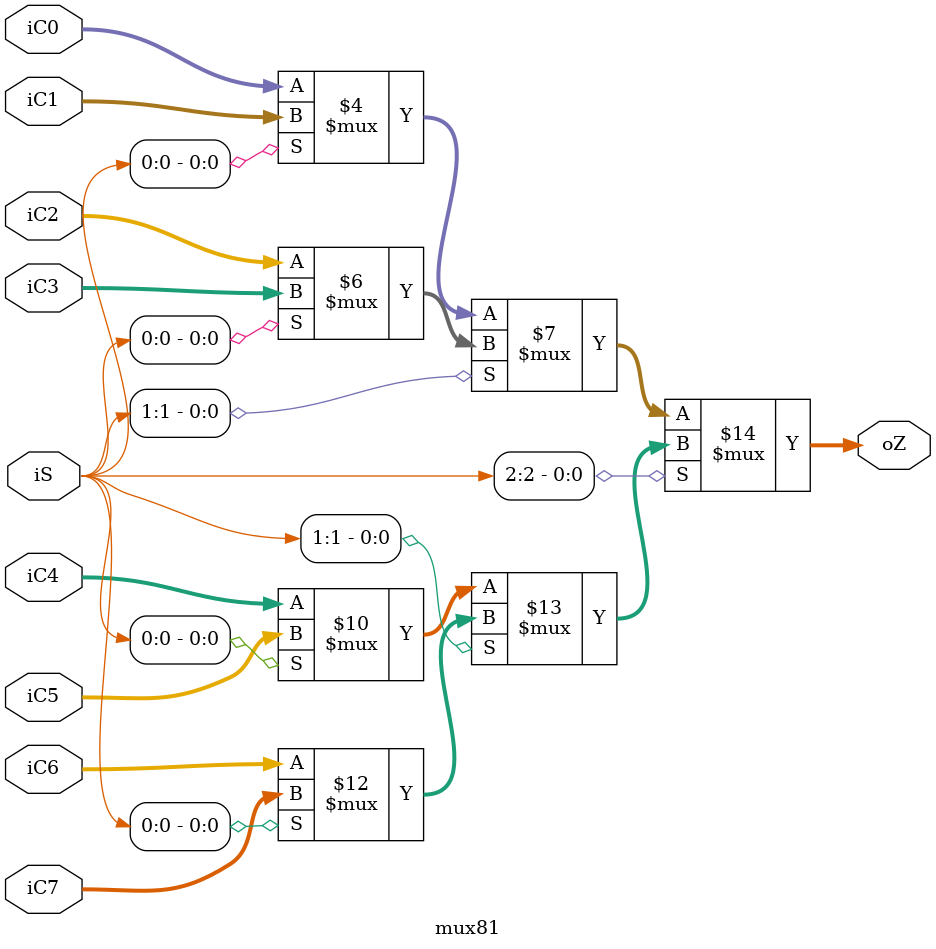
<source format=v>
module mux81(
input [31:0] iC0, 
input [31:0] iC1, 
input [31:0] iC2,
input [31:0] iC3,
input [31:0] iC4, 
input [31:0] iC5, 
input [31:0] iC6,
input [31:0] iC7,
input [2:0] iS,
output [31:0]oZ
);
 assign oZ=iS[2]==0?iS[1]==0?(iS[0]==0?iC0:iC1):(iS[0]==0?iC2:iC3):iS[1]==0?(iS[0]==0?iC4:iC5):(iS[0]==0?iC6:iC7);
endmodule
</source>
